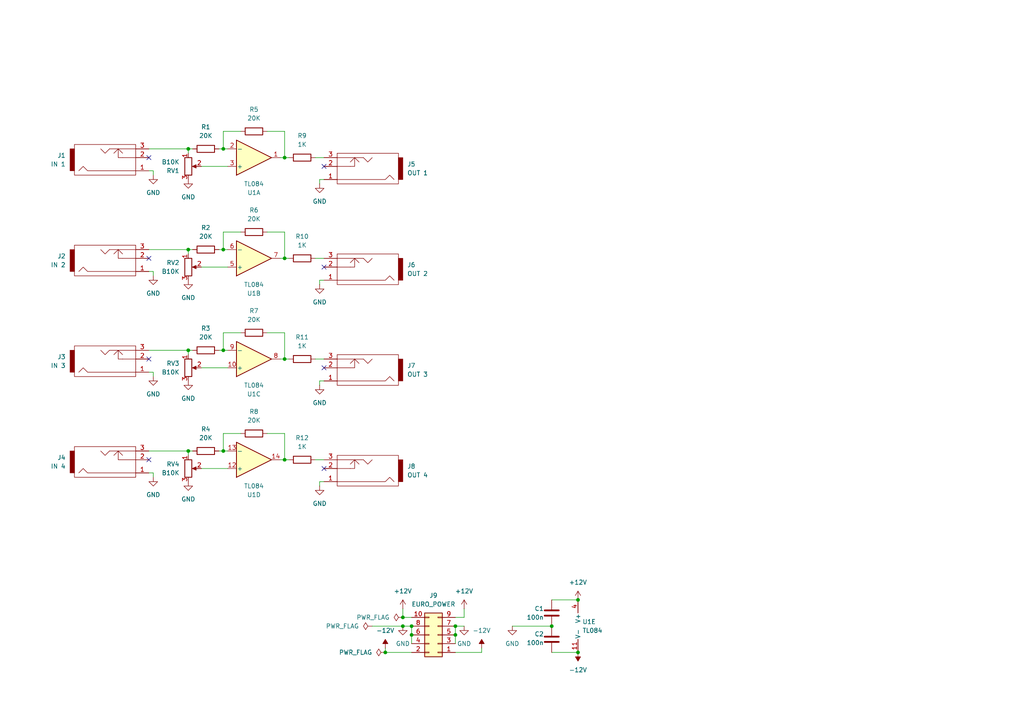
<source format=kicad_sch>
(kicad_sch (version 20231120) (generator "eeschema") (generator_version "8.0")
  (paper "A4")
  (lib_symbols
    (symbol "Amplifier_Operational:TL084" (pin_names (offset 0.127))
      (property "Reference" "U" (at 0 5.08 0))
      (property "Value" "TL084" (at 0 -5.08 0))
      (symbol "TL084_1_1"
        (polyline (pts (xy -5.08 5.08) (xy 5.08 0) (xy -5.08 -5.08) (xy -5.08 5.08)) (stroke (width 0.254)) (fill (type background)))
        (pin output line (at 7.62 0 180) (length 2.54) (name "~") (number "1"))
        (pin input line (at -7.62 -2.54 0) (length 2.54) (name "-") (number "2"))
        (pin input line (at -7.62 2.54 0) (length 2.54) (name "+") (number "3"))
      )
      (symbol "TL084_2_1"
        (polyline (pts (xy -5.08 5.08) (xy 5.08 0) (xy -5.08 -5.08) (xy -5.08 5.08)) (stroke (width 0.254)) (fill (type background)))
        (pin input line (at -7.62 2.54 0) (length 2.54) (name "+") (number "5"))
        (pin input line (at -7.62 -2.54 0) (length 2.54) (name "-") (number "6"))
        (pin output line (at 7.62 0 180) (length 2.54) (name "~") (number "7"))
      )
      (symbol "TL084_3_1"
        (polyline (pts (xy -5.08 5.08) (xy 5.08 0) (xy -5.08 -5.08) (xy -5.08 5.08)) (stroke (width 0.254)) (fill (type background)))
        (pin input line (at -7.62 2.54 0) (length 2.54) (name "+") (number "10"))
        (pin output line (at 7.62 0 180) (length 2.54) (name "~") (number "8"))
        (pin input line (at -7.62 -2.54 0) (length 2.54) (name "-") (number "9"))
      )
      (symbol "TL084_4_1"
        (polyline (pts (xy -5.08 5.08) (xy 5.08 0) (xy -5.08 -5.08) (xy -5.08 5.08)) (stroke (width 0.254)) (fill (type background)))
        (pin input line (at -7.62 2.54 0) (length 2.54) (name "+") (number "12"))
        (pin input line (at -7.62 -2.54 0) (length 2.54) (name "-") (number "13"))
        (pin output line (at 7.62 0 180) (length 2.54) (name "~") (number "14"))
      )
      (symbol "TL084_5_1"
        (pin power_in line (at -2.54 -7.62 90) (length 3.81) (name "V-") (number "11"))
        (pin power_in line (at -2.54 7.62 270) (length 3.81) (name "V+") (number "4"))
      )
    )
    (symbol "Connector_Generic:Conn_02x05_Odd_Even" (pin_names (offset 1.016) hide)
      (property "Reference" "J" (at 1.27 7.62 0))
      (property "Value" "Conn_02x05_Odd_Even" (at 1.27 -7.62 0))
      (symbol "Conn_02x05_Odd_Even_1_1"
        (rectangle (start -1.27 -4.953) (end 0 -5.207) (stroke (width 0.1524)))
        (rectangle (start -1.27 -2.413) (end 0 -2.667) (stroke (width 0.1524)))
        (rectangle (start -1.27 0.127) (end 0 -0.127) (stroke (width 0.1524)))
        (rectangle (start -1.27 2.667) (end 0 2.413) (stroke (width 0.1524)))
        (rectangle (start -1.27 5.207) (end 0 4.953) (stroke (width 0.1524)))
        (rectangle (start -1.27 6.35) (end 3.81 -6.35) (stroke (width 0.254)) (fill (type background)))
        (rectangle (start 3.81 -4.953) (end 2.54 -5.207) (stroke (width 0.1524)))
        (rectangle (start 3.81 -2.413) (end 2.54 -2.667) (stroke (width 0.1524)))
        (rectangle (start 3.81 0.127) (end 2.54 -0.127) (stroke (width 0.1524)))
        (rectangle (start 3.81 2.667) (end 2.54 2.413) (stroke (width 0.1524)))
        (rectangle (start 3.81 5.207) (end 2.54 4.953) (stroke (width 0.1524)))
        (pin passive line (at -5.08 5.08 0) (length 3.81) (name "Pin_1") (number "1"))
        (pin passive line (at 7.62 -5.08 180) (length 3.81) (name "Pin_10") (number "10"))
        (pin passive line (at 7.62 5.08 180) (length 3.81) (name "Pin_2") (number "2"))
        (pin passive line (at -5.08 2.54 0) (length 3.81) (name "Pin_3") (number "3"))
        (pin passive line (at 7.62 2.54 180) (length 3.81) (name "Pin_4") (number "4"))
        (pin passive line (at -5.08 0 0) (length 3.81) (name "Pin_5") (number "5"))
        (pin passive line (at 7.62 0 180) (length 3.81) (name "Pin_6") (number "6"))
        (pin passive line (at -5.08 -2.54 0) (length 3.81) (name "Pin_7") (number "7"))
        (pin passive line (at 7.62 -2.54 180) (length 3.81) (name "Pin_8") (number "8"))
        (pin passive line (at -5.08 -5.08 0) (length 3.81) (name "Pin_9") (number "9"))
      )
    )
    (symbol "Device:C" (pin_numbers hide) (pin_names (offset 0.254))
      (property "Reference" "C" (at 0.635 2.54 0))
      (property "Value" "C" (at 0.635 -2.54 0))
      (symbol "C_0_1"
        (polyline (pts (xy -2.032 -0.762) (xy 2.032 -0.762)) (stroke (width 0.508)))
        (polyline (pts (xy -2.032 0.762) (xy 2.032 0.762)) (stroke (width 0.508)))
      )
      (symbol "C_1_1"
        (pin passive line (at 0 3.81 270) (length 2.794) (name "~") (number "1"))
        (pin passive line (at 0 -3.81 90) (length 2.794) (name "~") (number "2"))
      )
    )
    (symbol "Device:R" (pin_numbers hide) (pin_names (offset 0))
      (property "Reference" "R" (at 2.032 0 90))
      (property "Value" "R" (at 0 0 90))
      (symbol "R_0_1"
        (rectangle (start -1.016 -2.54) (end 1.016 2.54) (stroke (width 0.254)))
      )
      (symbol "R_1_1"
        (pin passive line (at 0 3.81 270) (length 1.27) (name "~") (number "1"))
        (pin passive line (at 0 -3.81 90) (length 1.27) (name "~") (number "2"))
      )
    )
    (symbol "Device:R_Potentiometer" (pin_names (offset 1.016) hide)
      (property "Reference" "RV" (at -4.445 0 90))
      (property "Value" "R_Potentiometer" (at -2.54 0 90))
      (symbol "R_Potentiometer_0_1"
        (polyline (pts (xy 2.54 0) (xy 1.524 0)))
        (polyline (pts (xy 1.143 0) (xy 2.286 0.508) (xy 2.286 -0.508) (xy 1.143 0)) (fill (type outline)))
        (rectangle (start 1.016 2.54) (end -1.016 -2.54) (stroke (width 0.254)))
      )
      (symbol "R_Potentiometer_1_1"
        (pin passive line (at 0 3.81 270) (length 1.27) (name "1") (number "1"))
        (pin passive line (at 3.81 0 180) (length 1.27) (name "2") (number "2"))
        (pin passive line (at 0 -3.81 90) (length 1.27) (name "3") (number "3"))
      )
    )
    (symbol "R_Potentiometer_1" (pin_names (offset 1.016) hide)
      (property "Reference" "RV" (at -4.445 0 90))
      (property "Value" "R_Potentiometer" (at -2.54 0 90))
      (symbol "R_Potentiometer_1_0_1"
        (polyline (pts (xy 2.54 0) (xy 1.524 0)))
        (polyline (pts (xy 1.143 0) (xy 2.286 0.508) (xy 2.286 -0.508) (xy 1.143 0)) (fill (type outline)))
        (rectangle (start 1.016 2.54) (end -1.016 -2.54) (stroke (width 0.254)))
      )
      (symbol "R_Potentiometer_1_1_1"
        (pin passive line (at 0 3.81 270) (length 1.27) (name "1") (number "1"))
        (pin passive line (at 3.81 0 180) (length 1.27) (name "2") (number "2"))
        (pin passive line (at 0 -3.81 90) (length 1.27) (name "3") (number "3"))
      )
    )
    (symbol "eurocad:PJ301M-12" (pin_names (offset 1.016))
      (property "Reference" "J" (at -8.89 -5.08 0))
      (property "Value" "PJ301M-12" (at -3.81 6.35 0))
      (symbol "PJ301M-12_0_1"
        (rectangle (start -11.43 3.81) (end -10.16 -2.54) (fill (type outline)))
        (polyline (pts (xy 3.81 0) (xy 7.62 0) (xy 7.62 0)))
        (polyline (pts (xy 0 -2.54) (xy -1.27 -1.27) (xy -2.54 -2.54) (xy -2.54 -2.54)))
        (polyline (pts (xy 0 -2.54) (xy 7.62 -2.54) (xy 7.62 -2.54) (xy 7.62 -2.54)))
        (polyline (pts (xy 1.27 -1.27) (xy 2.54 -2.54) (xy 3.81 -1.27) (xy 3.81 -1.27)))
        (polyline (pts (xy 3.81 0) (xy 2.54 0) (xy 2.54 -2.54) (xy 2.54 -2.54)))
        (polyline (pts (xy 7.62 3.81) (xy -6.35 3.81) (xy -7.62 2.54) (xy -8.89 3.81) (xy -8.89 3.81)))
        (rectangle (start 7.62 -3.81) (end -10.16 5.08))
      )
      (symbol "PJ301M-12_1_1"
        (pin passive line (at 11.43 3.81 180) (length 3.81) (name "~") (number "1"))
        (pin passive line (at 11.43 0 180) (length 3.81) (name "~") (number "2"))
        (pin passive line (at 11.43 -2.54 180) (length 3.81) (name "~") (number "3"))
      )
    )
    (symbol "power:+12V" (power) (pin_numbers hide) (pin_names (offset 0) hide)
      (property "Value" "+12V" (at 0 3.556 0))
      (symbol "+12V_0_1"
        (polyline (pts (xy -0.762 1.27) (xy 0 2.54)))
        (polyline (pts (xy 0 0) (xy 0 2.54)))
        (polyline (pts (xy 0 2.54) (xy 0.762 1.27)))
      )
      (symbol "+12V_1_1"
        (pin power_in line (at 0 0 90) (length 0) (name "~") (number "1"))
      )
    )
    (symbol "power:-12V" (power) (pin_numbers hide) (pin_names (offset 0) hide)
      (property "Value" "-12V" (at 0 3.556 0))
      (symbol "-12V_0_0"
        (pin power_in line (at 0 0 90) (length 0) (name "~") (number "1"))
      )
      (symbol "-12V_0_1"
        (polyline (pts (xy 0 0) (xy 0 1.27) (xy 0.762 1.27) (xy 0 2.54) (xy -0.762 1.27) (xy 0 1.27)) (fill (type outline)))
      )
    )
    (symbol "power:GND" (power) (pin_numbers hide) (pin_names (offset 0) hide)
      (property "Value" "GND" (at 0 -3.81 0))
      (symbol "GND_0_1"
        (polyline (pts (xy 0 0) (xy 0 -1.27) (xy 1.27 -1.27) (xy 0 -2.54) (xy -1.27 -1.27) (xy 0 -1.27)))
      )
      (symbol "GND_1_1"
        (pin power_in line (at 0 0 270) (length 0) (name "~") (number "1"))
      )
    )
    (symbol "power:PWR_FLAG" (power) (pin_numbers hide) (pin_names (offset 0) hide)
      (property "Value" "PWR_FLAG" (at 0 3.81 0))
      (symbol "PWR_FLAG_0_0"
        (pin power_out line (at 0 0 90) (length 0) (name "~") (number "1"))
      )
      (symbol "PWR_FLAG_0_1"
        (polyline (pts (xy 0 0) (xy 0 1.27) (xy -1.016 1.905) (xy 0 2.54) (xy 1.016 1.905) (xy 0 1.27)))
      )
    )
  )
  (junction (at 54.61 130.81))
  (junction (at 119.38 181.61))
  (junction (at 64.77 43.18))
  (junction (at 167.64 173.99))
  (junction (at 116.84 179.07))
  (junction (at 54.61 72.39))
  (junction (at 160.02 181.61))
  (junction (at 64.77 72.39))
  (junction (at 82.55 74.93))
  (junction (at 82.55 133.35))
  (junction (at 64.77 130.81))
  (junction (at 64.77 101.6))
  (junction (at 167.64 189.23))
  (junction (at 54.61 43.18))
  (junction (at 116.84 181.61))
  (junction (at 54.61 101.6))
  (junction (at 82.55 45.72))
  (junction (at 111.76 189.23))
  (junction (at 82.55 104.14))
  (junction (at 119.38 184.15))
  (junction (at 132.08 184.15))
  (junction (at 132.08 181.61))
  (no_connect (at 93.98 135.89))
  (no_connect (at 43.18 45.72))
  (no_connect (at 43.18 74.93))
  (no_connect (at 43.18 104.14))
  (no_connect (at 93.98 106.68))
  (no_connect (at 93.98 48.26))
  (no_connect (at 93.98 77.47))
  (no_connect (at 43.18 133.35))
  (wire (pts (xy 160.02 173.99) (xy 167.64 173.99)))
  (wire (pts (xy 132.08 186.69) (xy 132.08 184.15)))
  (wire (pts (xy 43.18 72.39) (xy 54.61 72.39)))
  (wire (pts (xy 119.38 186.69) (xy 119.38 184.15)))
  (wire (pts (xy 82.55 67.31) (xy 82.55 74.93)))
  (wire (pts (xy 64.77 43.18) (xy 64.77 38.1)))
  (wire (pts (xy 93.98 52.07) (xy 92.71 52.07)))
  (wire (pts (xy 82.55 133.35) (xy 83.82 133.35)))
  (wire (pts (xy 92.71 81.28) (xy 92.71 82.55)))
  (wire (pts (xy 77.47 96.52) (xy 82.55 96.52)))
  (wire (pts (xy 82.55 45.72) (xy 81.28 45.72)))
  (wire (pts (xy 91.44 45.72) (xy 93.98 45.72)))
  (wire (pts (xy 43.18 101.6) (xy 54.61 101.6)))
  (wire (pts (xy 132.08 189.23) (xy 139.7 189.23)))
  (wire (pts (xy 54.61 101.6) (xy 55.88 101.6)))
  (wire (pts (xy 64.77 101.6) (xy 64.77 96.52)))
  (wire (pts (xy 54.61 43.18) (xy 55.88 43.18)))
  (wire (pts (xy 92.71 52.07) (xy 92.71 53.34)))
  (wire (pts (xy 93.98 110.49) (xy 92.71 110.49)))
  (wire (pts (xy 77.47 125.73) (xy 82.55 125.73)))
  (wire (pts (xy 54.61 130.81) (xy 54.61 132.08)))
  (wire (pts (xy 64.77 67.31) (xy 69.85 67.31)))
  (wire (pts (xy 64.77 96.52) (xy 69.85 96.52)))
  (wire (pts (xy 92.71 139.7) (xy 92.71 140.97)))
  (wire (pts (xy 58.42 106.68) (xy 66.04 106.68)))
  (wire (pts (xy 64.77 101.6) (xy 66.04 101.6)))
  (wire (pts (xy 160.02 189.23) (xy 167.64 189.23)))
  (wire (pts (xy 91.44 74.93) (xy 93.98 74.93)))
  (wire (pts (xy 44.45 107.95) (xy 44.45 109.22)))
  (wire (pts (xy 63.5 130.81) (xy 64.77 130.81)))
  (wire (pts (xy 116.84 179.07) (xy 116.84 176.53)))
  (wire (pts (xy 92.71 110.49) (xy 92.71 111.76)))
  (wire (pts (xy 58.42 77.47) (xy 66.04 77.47)))
  (wire (pts (xy 64.77 125.73) (xy 69.85 125.73)))
  (wire (pts (xy 54.61 101.6) (xy 54.61 102.87)))
  (wire (pts (xy 77.47 38.1) (xy 82.55 38.1)))
  (wire (pts (xy 43.18 43.18) (xy 54.61 43.18)))
  (wire (pts (xy 111.76 189.23) (xy 111.76 187.96)))
  (wire (pts (xy 58.42 135.89) (xy 66.04 135.89)))
  (wire (pts (xy 132.08 184.15) (xy 132.08 181.61)))
  (wire (pts (xy 82.55 45.72) (xy 83.82 45.72)))
  (wire (pts (xy 43.18 137.16) (xy 44.45 137.16)))
  (wire (pts (xy 91.44 104.14) (xy 93.98 104.14)))
  (wire (pts (xy 132.08 179.07) (xy 134.62 179.07)))
  (wire (pts (xy 64.77 38.1) (xy 69.85 38.1)))
  (wire (pts (xy 63.5 43.18) (xy 64.77 43.18)))
  (wire (pts (xy 77.47 67.31) (xy 82.55 67.31)))
  (wire (pts (xy 82.55 74.93) (xy 83.82 74.93)))
  (wire (pts (xy 64.77 43.18) (xy 66.04 43.18)))
  (wire (pts (xy 119.38 189.23) (xy 111.76 189.23)))
  (wire (pts (xy 44.45 49.53) (xy 44.45 50.8)))
  (wire (pts (xy 82.55 125.73) (xy 82.55 133.35)))
  (wire (pts (xy 82.55 104.14) (xy 81.28 104.14)))
  (wire (pts (xy 43.18 78.74) (xy 44.45 78.74)))
  (wire (pts (xy 63.5 72.39) (xy 64.77 72.39)))
  (wire (pts (xy 119.38 181.61) (xy 116.84 181.61)))
  (wire (pts (xy 64.77 72.39) (xy 66.04 72.39)))
  (wire (pts (xy 43.18 49.53) (xy 44.45 49.53)))
  (wire (pts (xy 139.7 189.23) (xy 139.7 187.96)))
  (wire (pts (xy 82.55 104.14) (xy 83.82 104.14)))
  (wire (pts (xy 64.77 130.81) (xy 66.04 130.81)))
  (wire (pts (xy 82.55 96.52) (xy 82.55 104.14)))
  (wire (pts (xy 132.08 181.61) (xy 134.62 181.61)))
  (wire (pts (xy 134.62 179.07) (xy 134.62 176.53)))
  (wire (pts (xy 58.42 48.26) (xy 66.04 48.26)))
  (wire (pts (xy 43.18 130.81) (xy 54.61 130.81)))
  (wire (pts (xy 107.95 181.61) (xy 116.84 181.61)))
  (wire (pts (xy 64.77 72.39) (xy 64.77 67.31)))
  (wire (pts (xy 43.18 107.95) (xy 44.45 107.95)))
  (wire (pts (xy 44.45 78.74) (xy 44.45 80.01)))
  (wire (pts (xy 82.55 74.93) (xy 81.28 74.93)))
  (wire (pts (xy 82.55 133.35) (xy 81.28 133.35)))
  (wire (pts (xy 93.98 81.28) (xy 92.71 81.28)))
  (wire (pts (xy 119.38 179.07) (xy 116.84 179.07)))
  (wire (pts (xy 148.59 181.61) (xy 160.02 181.61)))
  (wire (pts (xy 54.61 130.81) (xy 55.88 130.81)))
  (wire (pts (xy 54.61 43.18) (xy 54.61 44.45)))
  (wire (pts (xy 91.44 133.35) (xy 93.98 133.35)))
  (wire (pts (xy 82.55 38.1) (xy 82.55 45.72)))
  (wire (pts (xy 63.5 101.6) (xy 64.77 101.6)))
  (wire (pts (xy 54.61 72.39) (xy 54.61 73.66)))
  (wire (pts (xy 44.45 137.16) (xy 44.45 138.43)))
  (wire (pts (xy 54.61 72.39) (xy 55.88 72.39)))
  (wire (pts (xy 64.77 130.81) (xy 64.77 125.73)))
  (wire (pts (xy 93.98 139.7) (xy 92.71 139.7)))
  (wire (pts (xy 119.38 184.15) (xy 119.38 181.61)))
  (symbol (lib_id "power:GND") (at 44.45 138.43 0) (unit 1)
    (property "Reference" "#PWR04" (effects (hide yes)))
    (property "Value" "GND" (at 44.45 143.51 0))
    (property "Description" "Power symbol creates a global label with name \"GND\" , ground" (effects (hide yes)))
  )
  (symbol (lib_id "Device:C") (at 160.02 177.8 0) (mirror y) (unit 1)
    (property "Reference" "C1" (at 157.734 176.53 0) (effects (justify left)))
    (property "Value" "100n" (at 157.734 179.07 0) (effects (justify left)))
    (property "Footprint" "Capacitor_THT:C_Disc_D3.0mm_W1.6mm_P2.50mm" (effects (hide yes)))
    (property "Description" "Unpolarized capacitor" (effects (hide yes)))
  )
  (symbol (lib_id "power:GND") (at 92.71 53.34 0) (unit 1)
    (property "Reference" "#PWR09" (effects (hide yes)))
    (property "Value" "GND" (at 92.71 58.42 0))
    (property "Description" "Power symbol creates a global label with name \"GND\" , ground" (effects (hide yes)))
  )
  (symbol (lib_id "eurocad:PJ301M-12") (at 105.41 77.47 180) (unit 1)
    (property "Reference" "J6" (at 118.11 76.8349 0) (effects (justify right)))
    (property "Value" "OUT 2" (at 118.11 79.3749 0) (effects (justify right)))
    (property "Footprint" "Eurocad:PJ301M-12" (effects (hide yes)))
  )
  (symbol (lib_id "Device:R") (at 87.63 104.14 90) (unit 1)
    (property "Reference" "R11" (at 87.63 97.79 90))
    (property "Value" "1K" (at 87.63 100.33 90))
    (property "Footprint" "Resistor_THT:R_Axial_DIN0204_L3.6mm_D1.6mm_P2.54mm_Vertical" (effects (hide yes)))
    (property "Description" "Resistor" (effects (hide yes)))
  )
  (symbol (lib_id "Device:R") (at 87.63 133.35 90) (unit 1)
    (property "Reference" "R12" (at 87.63 127 90))
    (property "Value" "1K" (at 87.63 129.54 90))
    (property "Footprint" "Resistor_THT:R_Axial_DIN0204_L3.6mm_D1.6mm_P2.54mm_Vertical" (effects (hide yes)))
    (property "Description" "Resistor" (effects (hide yes)))
  )
  (symbol (lib_id "power:GND") (at 44.45 109.22 0) (unit 1)
    (property "Reference" "#PWR03" (effects (hide yes)))
    (property "Value" "GND" (at 44.45 114.3 0))
    (property "Description" "Power symbol creates a global label with name \"GND\" , ground" (effects (hide yes)))
  )
  (symbol (lib_id "eurocad:PJ301M-12") (at 105.41 106.68 180) (unit 1)
    (property "Reference" "J7" (at 118.11 106.0449 0) (effects (justify right)))
    (property "Value" "OUT 3" (at 118.11 108.5849 0) (effects (justify right)))
    (property "Footprint" "Eurocad:PJ301M-12" (effects (hide yes)))
  )
  (symbol (lib_id "eurocad:PJ301M-12") (at 31.75 104.14 0) (mirror x) (unit 1)
    (property "Reference" "J3" (at 19.05 103.5049 0) (effects (justify right)))
    (property "Value" "IN 3" (at 19.05 106.0449 0) (effects (justify right)))
    (property "Footprint" "Eurocad:PJ301M-12" (effects (hide yes)))
  )
  (symbol (lib_id "Amplifier_Operational:TL084") (at 73.66 45.72 0) (mirror x) (unit 1)
    (property "Reference" "U1" (at 73.66 55.88 0))
    (property "Value" "TL084" (at 73.66 53.34 0))
    (property "Footprint" "Package_DIP:DIP-14_W7.62mm_Socket" (effects (hide yes)))
    (property "Datasheet" "http://www.ti.com/lit/ds/symlink/tl081.pdf" (effects (hide yes)))
    (property "Description" "Quad JFET-Input Operational Amplifiers, DIP-14/SOIC-14/SSOP-14" (effects (hide yes)))
  )
  (symbol (lib_id "Device:R") (at 59.69 101.6 90) (unit 1)
    (property "Reference" "R3" (at 59.69 95.25 90))
    (property "Value" "20K" (at 59.69 97.79 90))
    (property "Footprint" "Resistor_THT:R_Axial_DIN0204_L3.6mm_D1.6mm_P2.54mm_Vertical" (effects (hide yes)))
    (property "Description" "Resistor" (effects (hide yes)))
  )
  (symbol (lib_id "Device:R") (at 59.69 130.81 90) (unit 1)
    (property "Reference" "R4" (at 59.69 124.46 90))
    (property "Value" "20K" (at 59.69 127 90))
    (property "Footprint" "Resistor_THT:R_Axial_DIN0204_L3.6mm_D1.6mm_P2.54mm_Vertical" (effects (hide yes)))
    (property "Description" "Resistor" (effects (hide yes)))
  )
  (symbol (lib_id "power:PWR_FLAG") (at 111.76 189.23 90) (unit 1)
    (property "Reference" "#FLG02" (effects (hide yes)))
    (property "Value" "PWR_FLAG" (at 107.95 189.2299 90) (effects (justify left)))
    (property "Description" "Special symbol for telling ERC where power comes from" (effects (hide yes)))
  )
  (symbol (lib_id "Device:R") (at 59.69 72.39 90) (unit 1)
    (property "Reference" "R2" (at 59.69 66.04 90))
    (property "Value" "20K" (at 59.69 68.58 90))
    (property "Footprint" "Resistor_THT:R_Axial_DIN0204_L3.6mm_D1.6mm_P2.54mm_Vertical" (effects (hide yes)))
    (property "Description" "Resistor" (effects (hide yes)))
  )
  (symbol (lib_id "Amplifier_Operational:TL084") (at 73.66 133.35 0) (mirror x) (unit 4)
    (property "Reference" "U1" (at 73.66 143.51 0))
    (property "Value" "TL084" (at 73.66 140.97 0))
    (property "Footprint" "Package_DIP:DIP-14_W7.62mm_Socket" (effects (hide yes)))
    (property "Datasheet" "http://www.ti.com/lit/ds/symlink/tl081.pdf" (effects (hide yes)))
    (property "Description" "Quad JFET-Input Operational Amplifiers, DIP-14/SOIC-14/SSOP-14" (effects (hide yes)))
  )
  (symbol (lib_id "eurocad:PJ301M-12") (at 105.41 48.26 180) (unit 1)
    (property "Reference" "J5" (at 118.11 47.6249 0) (effects (justify right)))
    (property "Value" "OUT 1" (at 118.11 50.1649 0) (effects (justify right)))
    (property "Footprint" "Eurocad:PJ301M-12" (effects (hide yes)))
  )
  (symbol (lib_id "power:-12V") (at 167.64 189.23 180) (unit 1)
    (property "Reference" "#PWR021" (effects (hide yes)))
    (property "Value" "-12V" (at 167.64 194.31 0))
    (property "Description" "Power symbol creates a global label with name \"-12V\"" (effects (hide yes)))
  )
  (symbol (lib_id "Amplifier_Operational:TL084") (at 73.66 74.93 0) (mirror x) (unit 2)
    (property "Reference" "U1" (at 73.66 85.09 0))
    (property "Value" "TL084" (at 73.66 82.55 0))
    (property "Footprint" "Package_DIP:DIP-14_W7.62mm_Socket" (effects (hide yes)))
    (property "Datasheet" "http://www.ti.com/lit/ds/symlink/tl081.pdf" (effects (hide yes)))
    (property "Description" "Quad JFET-Input Operational Amplifiers, DIP-14/SOIC-14/SSOP-14" (effects (hide yes)))
  )
  (symbol (lib_id "eurocad:PJ301M-12") (at 31.75 45.72 0) (mirror x) (unit 1)
    (property "Reference" "J1" (at 19.05 45.0849 0) (effects (justify right)))
    (property "Value" "IN 1" (at 19.05 47.6249 0) (effects (justify right)))
    (property "Footprint" "Eurocad:PJ301M-12" (effects (hide yes)))
  )
  (symbol (lib_id "power:GND") (at 92.71 82.55 0) (unit 1)
    (property "Reference" "#PWR010" (effects (hide yes)))
    (property "Value" "GND" (at 92.71 87.63 0))
    (property "Description" "Power symbol creates a global label with name \"GND\" , ground" (effects (hide yes)))
  )
  (symbol (lib_id "power:GND") (at 92.71 140.97 0) (unit 1)
    (property "Reference" "#PWR012" (effects (hide yes)))
    (property "Value" "GND" (at 92.71 146.05 0))
    (property "Description" "Power symbol creates a global label with name \"GND\" , ground" (effects (hide yes)))
  )
  (symbol (lib_id "power:PWR_FLAG") (at 116.84 179.07 90) (unit 1)
    (property "Reference" "#FLG01" (effects (hide yes)))
    (property "Value" "PWR_FLAG" (at 113.03 179.0699 90) (effects (justify left)))
    (property "Description" "Special symbol for telling ERC where power comes from" (effects (hide yes)))
  )
  (symbol (lib_id "Device:R_Potentiometer") (at 54.61 135.89 0) (unit 1)
    (property "Reference" "RV4" (at 52.07 134.6199 0) (effects (justify right)))
    (property "Value" "B10K" (at 52.07 137.1599 0) (effects (justify right)))
    (property "Footprint" "Potentiometer_THT:Potentiometer_Bourns_PTV09A-1_Single_Vertical" (effects (hide yes)))
    (property "Description" "Potentiometer" (effects (hide yes)))
  )
  (symbol (lib_id "eurocad:PJ301M-12") (at 31.75 133.35 0) (mirror x) (unit 1)
    (property "Reference" "J4" (at 19.05 132.7149 0) (effects (justify right)))
    (property "Value" "IN 4" (at 19.05 135.2549 0) (effects (justify right)))
    (property "Footprint" "Eurocad:PJ301M-12" (effects (hide yes)))
  )
  (symbol (lib_id "Amplifier_Operational:TL084") (at 73.66 104.14 0) (mirror x) (unit 3)
    (property "Reference" "U1" (at 73.66 114.3 0))
    (property "Value" "TL084" (at 73.66 111.76 0))
    (property "Footprint" "Package_DIP:DIP-14_W7.62mm_Socket" (effects (hide yes)))
    (property "Datasheet" "http://www.ti.com/lit/ds/symlink/tl081.pdf" (effects (hide yes)))
    (property "Description" "Quad JFET-Input Operational Amplifiers, DIP-14/SOIC-14/SSOP-14" (effects (hide yes)))
  )
  (symbol (lib_id "power:GND") (at 54.61 52.07 0) (unit 1)
    (property "Reference" "#PWR05" (effects (hide yes)))
    (property "Value" "GND" (at 54.61 57.15 0))
    (property "Description" "Power symbol creates a global label with name \"GND\" , ground" (effects (hide yes)))
  )
  (symbol (lib_id "power:GND") (at 116.84 181.61 0) (unit 1)
    (property "Reference" "#PWR015" (effects (hide yes)))
    (property "Value" "GND" (at 116.84 186.69 0))
    (property "Description" "Power symbol creates a global label with name \"GND\" , ground" (effects (hide yes)))
  )
  (symbol (lib_id "power:GND") (at 54.61 139.7 0) (unit 1)
    (property "Reference" "#PWR08" (effects (hide yes)))
    (property "Value" "GND" (at 54.61 144.78 0))
    (property "Description" "Power symbol creates a global label with name \"GND\" , ground" (effects (hide yes)))
  )
  (symbol (lib_id "eurocad:PJ301M-12") (at 31.75 74.93 0) (mirror x) (unit 1)
    (property "Reference" "J2" (at 19.05 74.2949 0) (effects (justify right)))
    (property "Value" "IN 2" (at 19.05 76.8349 0) (effects (justify right)))
    (property "Footprint" "Eurocad:PJ301M-12" (effects (hide yes)))
  )
  (symbol (lib_id "Device:R") (at 59.69 43.18 90) (unit 1)
    (property "Reference" "R1" (at 59.69 36.83 90))
    (property "Value" "20K" (at 59.69 39.37 90))
    (property "Footprint" "Resistor_THT:R_Axial_DIN0204_L3.6mm_D1.6mm_P2.54mm_Vertical" (effects (hide yes)))
    (property "Description" "Resistor" (effects (hide yes)))
  )
  (symbol (lib_id "power:+12V") (at 167.64 173.99 0) (unit 1)
    (property "Reference" "#PWR020" (effects (hide yes)))
    (property "Value" "+12V" (at 167.64 168.91 0))
    (property "Description" "Power symbol creates a global label with name \"+12V\"" (effects (hide yes)))
  )
  (symbol (lib_id "Device:R") (at 87.63 74.93 90) (unit 1)
    (property "Reference" "R10" (at 87.63 68.58 90))
    (property "Value" "1K" (at 87.63 71.12 90))
    (property "Footprint" "Resistor_THT:R_Axial_DIN0204_L3.6mm_D1.6mm_P2.54mm_Vertical" (effects (hide yes)))
    (property "Description" "Resistor" (effects (hide yes)))
  )
  (symbol (lib_id "power:GND") (at 44.45 50.8 0) (unit 1)
    (property "Reference" "#PWR01" (effects (hide yes)))
    (property "Value" "GND" (at 44.45 55.88 0))
    (property "Description" "Power symbol creates a global label with name \"GND\" , ground" (effects (hide yes)))
  )
  (symbol (lib_id "Device:R") (at 73.66 125.73 90) (unit 1)
    (property "Reference" "R8" (at 73.66 119.38 90))
    (property "Value" "20K" (at 73.66 121.92 90))
    (property "Footprint" "Resistor_THT:R_Axial_DIN0204_L3.6mm_D1.6mm_P2.54mm_Vertical" (effects (hide yes)))
    (property "Description" "Resistor" (effects (hide yes)))
  )
  (symbol (lib_id "Device:R_Potentiometer") (at 54.61 77.47 0) (unit 1)
    (property "Reference" "RV2" (at 52.07 76.1999 0) (effects (justify right)))
    (property "Value" "B10K" (at 52.07 78.7399 0) (effects (justify right)))
    (property "Footprint" "Potentiometer_THT:Potentiometer_Bourns_PTV09A-1_Single_Vertical" (effects (hide yes)))
    (property "Description" "Potentiometer" (effects (hide yes)))
  )
  (symbol (lib_id "power:+12V") (at 134.62 176.53 0) (unit 1)
    (property "Reference" "#PWR016" (effects (hide yes)))
    (property "Value" "+12V" (at 134.62 171.45 0))
    (property "Description" "Power symbol creates a global label with name \"+12V\"" (effects (hide yes)))
  )
  (symbol (lib_id "Device:C") (at 160.02 185.42 0) (mirror y) (unit 1)
    (property "Reference" "C2" (at 157.734 183.896 0) (effects (justify left)))
    (property "Value" "100n" (at 157.734 186.436 0) (effects (justify left)))
    (property "Footprint" "Capacitor_THT:C_Disc_D3.0mm_W1.6mm_P2.50mm" (effects (hide yes)))
    (property "Description" "Unpolarized capacitor" (effects (hide yes)))
  )
  (symbol (lib_id "power:-12V") (at 139.7 187.96 0) (unit 1)
    (property "Reference" "#PWR018" (effects (hide yes)))
    (property "Value" "-12V" (at 139.7 182.88 0))
    (property "Description" "Power symbol creates a global label with name \"-12V\"" (effects (hide yes)))
  )
  (symbol (lib_id "power:GND") (at 44.45 80.01 0) (unit 1)
    (property "Reference" "#PWR02" (effects (hide yes)))
    (property "Value" "GND" (at 44.45 85.09 0))
    (property "Description" "Power symbol creates a global label with name \"GND\" , ground" (effects (hide yes)))
  )
  (symbol (lib_id "Device:R") (at 87.63 45.72 90) (unit 1)
    (property "Reference" "R9" (at 87.63 39.37 90))
    (property "Value" "1K" (at 87.63 41.91 90))
    (property "Footprint" "Resistor_THT:R_Axial_DIN0204_L3.6mm_D1.6mm_P2.54mm_Vertical" (effects (hide yes)))
    (property "Description" "Resistor" (effects (hide yes)))
  )
  (symbol (lib_id "power:-12V") (at 111.76 187.96 0) (unit 1)
    (property "Reference" "#PWR013" (effects (hide yes)))
    (property "Value" "-12V" (at 111.76 182.88 0))
    (property "Description" "Power symbol creates a global label with name \"-12V\"" (effects (hide yes)))
  )
  (symbol (lib_id "Connector_Generic:Conn_02x05_Odd_Even") (at 127 184.15 180) (unit 1)
    (property "Reference" "J9" (at 125.73 172.72 0))
    (property "Value" "EURO_POWER" (at 125.73 175.26 0))
    (property "Footprint" "Connector_PinHeader_2.54mm:PinHeader_2x05_P2.54mm_Vertical" (effects (hide yes)))
    (property "Description" "Generic connector, double row, 02x05, odd/even pin numbering scheme (row 1 odd numbers, row 2 even numbers), script generated (kicad-library-utils/schlib/autogen/connector/)" (effects (hide yes)))
  )
  (symbol (lib_id "power:GND") (at 134.62 181.61 0) (unit 1)
    (property "Reference" "#PWR017" (effects (hide yes)))
    (property "Value" "GND" (at 134.62 186.69 0))
    (property "Description" "Power symbol creates a global label with name \"GND\" , ground" (effects (hide yes)))
  )
  (symbol (lib_id "power:+12V") (at 116.84 176.53 0) (unit 1)
    (property "Reference" "#PWR014" (effects (hide yes)))
    (property "Value" "+12V" (at 116.84 171.45 0))
    (property "Description" "Power symbol creates a global label with name \"+12V\"" (effects (hide yes)))
  )
  (symbol (lib_id "Amplifier_Operational:TL084") (at 170.18 181.61 0) (unit 5)
    (property "Reference" "U1" (at 168.91 180.3399 0) (effects (justify left)))
    (property "Value" "TL084" (at 168.91 182.8799 0) (effects (justify left)))
    (property "Footprint" "Package_DIP:DIP-14_W7.62mm_Socket" (effects (hide yes)))
    (property "Datasheet" "http://www.ti.com/lit/ds/symlink/tl081.pdf" (effects (hide yes)))
    (property "Description" "Quad JFET-Input Operational Amplifiers, DIP-14/SOIC-14/SSOP-14" (effects (hide yes)))
  )
  (symbol (lib_id "power:GND") (at 54.61 110.49 0) (unit 1)
    (property "Reference" "#PWR07" (effects (hide yes)))
    (property "Value" "GND" (at 54.61 115.57 0))
    (property "Description" "Power symbol creates a global label with name \"GND\" , ground" (effects (hide yes)))
  )
  (symbol (lib_id "Device:R_Potentiometer") (at 54.61 106.68 0) (unit 1)
    (property "Reference" "RV3" (at 52.07 105.4099 0) (effects (justify right)))
    (property "Value" "B10K" (at 52.07 107.9499 0) (effects (justify right)))
    (property "Footprint" "Potentiometer_THT:Potentiometer_Bourns_PTV09A-1_Single_Vertical" (effects (hide yes)))
    (property "Description" "Potentiometer" (effects (hide yes)))
  )
  (symbol (lib_id "power:GND") (at 92.71 111.76 0) (unit 1)
    (property "Reference" "#PWR011" (effects (hide yes)))
    (property "Value" "GND" (at 92.71 116.84 0))
    (property "Description" "Power symbol creates a global label with name \"GND\" , ground" (effects (hide yes)))
  )
  (symbol (lib_id "Device:R") (at 73.66 38.1 90) (unit 1)
    (property "Reference" "R5" (at 73.66 31.75 90))
    (property "Value" "20K" (at 73.66 34.29 90))
    (property "Footprint" "Resistor_THT:R_Axial_DIN0204_L3.6mm_D1.6mm_P2.54mm_Vertical" (effects (hide yes)))
    (property "Description" "Resistor" (effects (hide yes)))
  )
  (symbol (lib_id "power:GND") (at 148.59 181.61 0) (unit 1)
    (property "Reference" "#PWR019" (effects (hide yes)))
    (property "Value" "GND" (at 148.59 186.69 0))
    (property "Description" "Power symbol creates a global label with name \"GND\" , ground" (effects (hide yes)))
  )
  (symbol (lib_id "Device:R") (at 73.66 96.52 90) (unit 1)
    (property "Reference" "R7" (at 73.66 90.17 90))
    (property "Value" "20K" (at 73.66 92.71 90))
    (property "Footprint" "Resistor_THT:R_Axial_DIN0204_L3.6mm_D1.6mm_P2.54mm_Vertical" (effects (hide yes)))
    (property "Description" "Resistor" (effects (hide yes)))
  )
  (symbol (lib_id "eurocad:PJ301M-12") (at 105.41 135.89 180) (unit 1)
    (property "Reference" "J8" (at 118.11 135.2549 0) (effects (justify right)))
    (property "Value" "OUT 4" (at 118.11 137.7949 0) (effects (justify right)))
    (property "Footprint" "Eurocad:PJ301M-12" (effects (hide yes)))
  )
  (symbol (lib_id "power:GND") (at 54.61 81.28 0) (unit 1)
    (property "Reference" "#PWR06" (effects (hide yes)))
    (property "Value" "GND" (at 54.61 86.36 0))
    (property "Description" "Power symbol creates a global label with name \"GND\" , ground" (effects (hide yes)))
  )
  (symbol (lib_name "R_Potentiometer_1") (lib_id "Device:R_Potentiometer") (at 54.61 48.26 0) (unit 1)
    (property "Reference" "RV1" (at 52.07 49.5301 0) (effects (justify right)))
    (property "Value" "B10K" (at 52.07 46.9901 0) (effects (justify right)))
    (property "Footprint" "Potentiometer_THT:Potentiometer_Bourns_PTV09A-1_Single_Vertical" (effects (hide yes)))
    (property "Description" "Potentiometer" (effects (hide yes)))
  )
  (symbol (lib_id "Device:R") (at 73.66 67.31 90) (unit 1)
    (property "Reference" "R6" (at 73.66 60.96 90))
    (property "Value" "20K" (at 73.66 63.5 90))
    (property "Footprint" "Resistor_THT:R_Axial_DIN0204_L3.6mm_D1.6mm_P2.54mm_Vertical" (effects (hide yes)))
    (property "Description" "Resistor" (effects (hide yes)))
  )
  (symbol (lib_id "power:PWR_FLAG") (at 107.95 181.61 90) (unit 1)
    (property "Reference" "#FLG03" (effects (hide yes)))
    (property "Value" "PWR_FLAG" (at 104.14 181.6099 90) (effects (justify left)))
    (property "Description" "Special symbol for telling ERC where power comes from" (effects (hide yes)))
  )
)
</source>
